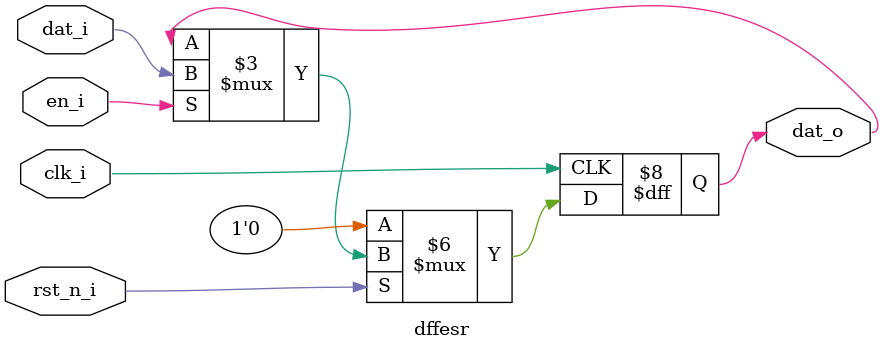
<source format=sv>

`ifndef INC_REGISTER_SV
`define INC_REGISTER_SV

module dff #(
    parameter int DATA_WIDTH = 1
) (
    input  logic                  clk_i,
    input  logic [DATA_WIDTH-1:0] dat_i,
    output logic [DATA_WIDTH-1:0] dat_o
);

  always_ff @(posedge clk_i) begin
    dat_o <= #1 dat_i;
  end
endmodule

module dffr #(
    parameter int DATA_WIDTH = 1
) (
    input  logic                  clk_i,
    input  logic                  rst_n_i,
    input  logic [DATA_WIDTH-1:0] dat_i,
    output logic [DATA_WIDTH-1:0] dat_o
);

  always_ff @(posedge clk_i, negedge rst_n_i) begin
    if (~rst_n_i) begin
      dat_o <= '0;
    end else begin
      dat_o <= #1 dat_i;
    end
  end
endmodule

module ndffr #(
    parameter int DATA_WIDTH = 1
) (
    input  logic                  clk_i,
    input  logic                  rst_n_i,
    input  logic [DATA_WIDTH-1:0] dat_i,
    output logic [DATA_WIDTH-1:0] dat_o
);

  always_ff @(negedge clk_i, negedge rst_n_i) begin
    if (~rst_n_i) begin
      dat_o <= '0;
    end else begin
      dat_o <= #1 dat_i;
    end
  end
endmodule

module dffrh #(
    parameter int DATA_WIDTH = 1
) (
    input  logic                  clk_i,
    input  logic                  rst_n_i,
    input  logic [DATA_WIDTH-1:0] dat_i,
    output logic [DATA_WIDTH-1:0] dat_o
);

  always_ff @(posedge clk_i, negedge rst_n_i) begin
    if (~rst_n_i) begin
      dat_o <= '1;
    end else begin
      dat_o <= #1 dat_i;
    end
  end
endmodule

module dffrc #(
    parameter int                    DATA_WIDTH = 1,
    parameter logic [DATA_WIDTH-1:0] RESET_VAL  = '0
) (
    input  logic                  clk_i,
    input  logic                  rst_n_i,
    input  logic [DATA_WIDTH-1:0] dat_i,
    output logic [DATA_WIDTH-1:0] dat_o
);

  always_ff @(posedge clk_i, negedge rst_n_i) begin
    if (~rst_n_i) begin
      dat_o <= RESET_VAL;
    end else begin
      dat_o <= #1 dat_i;
    end
  end
endmodule

module dffsr #(
    parameter int DATA_WIDTH = 1
) (
    input  logic                  clk_i,
    input  logic                  rst_n_i,
    input  logic [DATA_WIDTH-1:0] dat_i,
    output logic [DATA_WIDTH-1:0] dat_o
);

  always_ff @(posedge clk_i) begin
    if (~rst_n_i) begin
      dat_o <= '0;
    end else begin
      dat_o <= #1 dat_i;
    end
  end
endmodule

module dffl #(
    parameter int DATA_WIDTH = 1
) (
    input  logic                  clk_i,
    input  logic                  en_i,
    input  logic [DATA_WIDTH-1:0] dat_i,
    output logic [DATA_WIDTH-1:0] dat_o
);

  always_ff @(posedge clk_i) begin
    if (en_i) begin
      dat_o <= #1 dat_i;
    end
  end
endmodule

module dffer #(
    parameter int DATA_WIDTH = 1
) (
    input  logic                  clk_i,
    input  logic                  rst_n_i,
    input  logic                  en_i,
    input  logic [DATA_WIDTH-1:0] dat_i,
    output logic [DATA_WIDTH-1:0] dat_o
);

  always_ff @(posedge clk_i, negedge rst_n_i) begin
    if (~rst_n_i) begin
      dat_o <= '0;
    end else if (en_i) begin
      dat_o <= #1 dat_i;
    end
  end
endmodule

module dfferh #(
    parameter int DATA_WIDTH = 1
) (
    input  logic                  clk_i,
    input  logic                  rst_n_i,
    input  logic                  en_i,
    input  logic [DATA_WIDTH-1:0] dat_i,
    output logic [DATA_WIDTH-1:0] dat_o
);

  always_ff @(posedge clk_i, negedge rst_n_i) begin
    if (~rst_n_i) begin
      dat_o <= '1;
    end else if (en_i) begin
      dat_o <= #1 dat_i;
    end
  end
endmodule

module dfferc #(
    parameter int                    DATA_WIDTH = 1,
    parameter logic [DATA_WIDTH-1:0] RESET_VAL  = '0
) (
    input  logic                  clk_i,
    input  logic                  rst_n_i,
    input  logic                  en_i,
    input  logic [DATA_WIDTH-1:0] dat_i,
    output logic [DATA_WIDTH-1:0] dat_o
);

  always_ff @(posedge clk_i, negedge rst_n_i) begin
    if (~rst_n_i) begin
      dat_o <= RESET_VAL;
    end else if (en_i) begin
      dat_o <= #1 dat_i;
    end
  end
endmodule

module dffesr #(
    parameter int DATA_WIDTH = 1
) (
    input  logic                  clk_i,
    input  logic                  rst_n_i,
    input  logic                  en_i,
    input  logic [DATA_WIDTH-1:0] dat_i,
    output logic [DATA_WIDTH-1:0] dat_o
);

  always_ff @(posedge clk_i) begin
    if (~rst_n_i) begin
      dat_o <= '0;
    end else if (en_i) begin
      dat_o <= #1 dat_i;
    end
  end
endmodule

`endif

</source>
